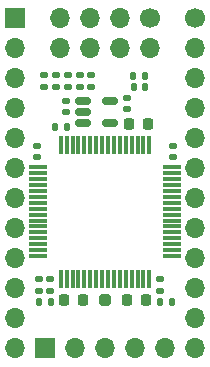
<source format=gbr>
%TF.GenerationSoftware,KiCad,Pcbnew,8.0.5*%
%TF.CreationDate,2025-06-26T13:10:11+01:00*%
%TF.ProjectId,sdrr rev d,73647272-2072-4657-9620-642e6b696361,rev?*%
%TF.SameCoordinates,Original*%
%TF.FileFunction,Soldermask,Top*%
%TF.FilePolarity,Negative*%
%FSLAX46Y46*%
G04 Gerber Fmt 4.6, Leading zero omitted, Abs format (unit mm)*
G04 Created by KiCad (PCBNEW 8.0.5) date 2025-06-26 13:10:11*
%MOMM*%
%LPD*%
G01*
G04 APERTURE LIST*
G04 Aperture macros list*
%AMRoundRect*
0 Rectangle with rounded corners*
0 $1 Rounding radius*
0 $2 $3 $4 $5 $6 $7 $8 $9 X,Y pos of 4 corners*
0 Add a 4 corners polygon primitive as box body*
4,1,4,$2,$3,$4,$5,$6,$7,$8,$9,$2,$3,0*
0 Add four circle primitives for the rounded corners*
1,1,$1+$1,$2,$3*
1,1,$1+$1,$4,$5*
1,1,$1+$1,$6,$7*
1,1,$1+$1,$8,$9*
0 Add four rect primitives between the rounded corners*
20,1,$1+$1,$2,$3,$4,$5,0*
20,1,$1+$1,$4,$5,$6,$7,0*
20,1,$1+$1,$6,$7,$8,$9,0*
20,1,$1+$1,$8,$9,$2,$3,0*%
G04 Aperture macros list end*
%ADD10RoundRect,0.135000X-0.135000X-0.185000X0.135000X-0.185000X0.135000X0.185000X-0.135000X0.185000X0*%
%ADD11RoundRect,0.140000X-0.170000X0.140000X-0.170000X-0.140000X0.170000X-0.140000X0.170000X0.140000X0*%
%ADD12RoundRect,0.225000X0.225000X0.250000X-0.225000X0.250000X-0.225000X-0.250000X0.225000X-0.250000X0*%
%ADD13RoundRect,0.135000X-0.185000X0.135000X-0.185000X-0.135000X0.185000X-0.135000X0.185000X0.135000X0*%
%ADD14RoundRect,0.150000X-0.512500X-0.150000X0.512500X-0.150000X0.512500X0.150000X-0.512500X0.150000X0*%
%ADD15RoundRect,0.250000X-0.250000X-0.250000X0.250000X-0.250000X0.250000X0.250000X-0.250000X0.250000X0*%
%ADD16RoundRect,0.140000X0.170000X-0.140000X0.170000X0.140000X-0.170000X0.140000X-0.170000X-0.140000X0*%
%ADD17C,1.700000*%
%ADD18O,1.700000X1.700000*%
%ADD19R,1.700000X1.700000*%
%ADD20RoundRect,0.135000X0.135000X0.185000X-0.135000X0.185000X-0.135000X-0.185000X0.135000X-0.185000X0*%
%ADD21RoundRect,0.075000X-0.700000X0.075000X-0.700000X-0.075000X0.700000X-0.075000X0.700000X0.075000X0*%
%ADD22RoundRect,0.075000X-0.075000X0.700000X-0.075000X-0.700000X0.075000X-0.700000X0.075000X0.700000X0*%
%ADD23RoundRect,0.140000X0.140000X0.170000X-0.140000X0.170000X-0.140000X-0.170000X0.140000X-0.170000X0*%
%ADD24RoundRect,0.225000X-0.225000X-0.250000X0.225000X-0.250000X0.225000X0.250000X-0.225000X0.250000X0*%
%ADD25RoundRect,0.135000X0.185000X-0.135000X0.185000X0.135000X-0.185000X0.135000X-0.185000X-0.135000X0*%
%ADD26RoundRect,0.147500X0.147500X0.172500X-0.147500X0.172500X-0.147500X-0.172500X0.147500X-0.172500X0*%
G04 APERTURE END LIST*
D10*
%TO.C,R3*%
X111605600Y-36626800D03*
X112625600Y-36626800D03*
%TD*%
D11*
%TO.C,C1*%
X105943400Y-38763000D03*
X105943400Y-39723000D03*
%TD*%
D12*
%TO.C,C3*%
X112839800Y-40665400D03*
X111289800Y-40665400D03*
%TD*%
D13*
%TO.C,R6*%
X104089200Y-36523200D03*
X104089200Y-37543200D03*
%TD*%
D11*
%TO.C,C2*%
X111048800Y-38509000D03*
X111048800Y-39469000D03*
%TD*%
D13*
%TO.C,R5*%
X105079800Y-36523200D03*
X105079800Y-37543200D03*
%TD*%
D14*
%TO.C,U3*%
X107351400Y-38760400D03*
X107351400Y-39710400D03*
X107351400Y-40660400D03*
X109626400Y-40660400D03*
X109626400Y-38760400D03*
%TD*%
D15*
%TO.C,TP1*%
X109220000Y-55609800D03*
%TD*%
D13*
%TO.C,R2*%
X107061000Y-36523200D03*
X107061000Y-37543200D03*
%TD*%
D16*
%TO.C,C7*%
X103479600Y-43507600D03*
X103479600Y-42547600D03*
%TD*%
D11*
%TO.C,C6*%
X113868200Y-53859800D03*
X113868200Y-54819800D03*
%TD*%
D10*
%TO.C,R8*%
X103604600Y-55762200D03*
X104624600Y-55762200D03*
%TD*%
D17*
%TO.C,J3*%
X113030000Y-31750000D03*
D18*
X113030000Y-34290000D03*
X110490000Y-31750000D03*
X110490000Y-34290000D03*
X107950000Y-31750000D03*
X107950000Y-34290000D03*
X105410000Y-31750000D03*
X105410000Y-34290000D03*
%TD*%
D13*
%TO.C,R4*%
X106070400Y-36523200D03*
X106070400Y-37543200D03*
%TD*%
D19*
%TO.C,U2*%
X101600000Y-31750000D03*
D18*
X101600000Y-34290000D03*
X101600000Y-36830000D03*
X101600000Y-39370000D03*
X101600000Y-41910000D03*
X101600000Y-44450000D03*
X101600000Y-46990000D03*
X101600000Y-49530000D03*
X101600000Y-52070000D03*
X101600000Y-54610000D03*
X101600000Y-57150000D03*
X101600000Y-59690000D03*
X116840000Y-59690000D03*
X116840000Y-57150000D03*
X116840000Y-54610000D03*
X116840000Y-52070000D03*
X116840000Y-49530000D03*
X116840000Y-46990000D03*
X116840000Y-44450000D03*
X116840000Y-41910000D03*
X116840000Y-39370000D03*
X116840000Y-36830000D03*
X116840000Y-34290000D03*
D17*
X116840000Y-31750000D03*
%TD*%
D20*
%TO.C,R7*%
X114860800Y-55762200D03*
X113840800Y-55762200D03*
%TD*%
D21*
%TO.C,U1*%
X114895000Y-44383000D03*
X114895000Y-44883000D03*
X114895000Y-45383000D03*
X114895000Y-45883000D03*
X114895000Y-46383000D03*
X114895000Y-46883000D03*
X114895000Y-47383000D03*
X114895000Y-47883000D03*
X114895000Y-48383000D03*
X114895000Y-48883000D03*
X114895000Y-49383000D03*
X114895000Y-49883000D03*
X114895000Y-50383000D03*
X114895000Y-50883000D03*
X114895000Y-51383000D03*
X114895000Y-51883000D03*
D22*
X112970000Y-53808000D03*
X112470000Y-53808000D03*
X111970000Y-53808000D03*
X111470000Y-53808000D03*
X110970000Y-53808000D03*
X110470000Y-53808000D03*
X109970000Y-53808000D03*
X109470000Y-53808000D03*
X108970000Y-53808000D03*
X108470000Y-53808000D03*
X107970000Y-53808000D03*
X107470000Y-53808000D03*
X106970000Y-53808000D03*
X106470000Y-53808000D03*
X105970000Y-53808000D03*
X105470000Y-53808000D03*
D21*
X103545000Y-51883000D03*
X103545000Y-51383000D03*
X103545000Y-50883000D03*
X103545000Y-50383000D03*
X103545000Y-49883000D03*
X103545000Y-49383000D03*
X103545000Y-48883000D03*
X103545000Y-48383000D03*
X103545000Y-47883000D03*
X103545000Y-47383000D03*
X103545000Y-46883000D03*
X103545000Y-46383000D03*
X103545000Y-45883000D03*
X103545000Y-45383000D03*
X103545000Y-44883000D03*
X103545000Y-44383000D03*
D22*
X105470000Y-42458000D03*
X105970000Y-42458000D03*
X106470000Y-42458000D03*
X106970000Y-42458000D03*
X107470000Y-42458000D03*
X107970000Y-42458000D03*
X108470000Y-42458000D03*
X108970000Y-42458000D03*
X109470000Y-42458000D03*
X109970000Y-42458000D03*
X110470000Y-42458000D03*
X110970000Y-42458000D03*
X111470000Y-42458000D03*
X111970000Y-42458000D03*
X112470000Y-42458000D03*
X112970000Y-42458000D03*
%TD*%
D11*
%TO.C,C4*%
X103606600Y-53850600D03*
X103606600Y-54810600D03*
%TD*%
D23*
%TO.C,C5*%
X105966200Y-40944800D03*
X105006200Y-40944800D03*
%TD*%
D12*
%TO.C,C8*%
X112662000Y-55609800D03*
X111112000Y-55609800D03*
%TD*%
D24*
%TO.C,C9*%
X105778000Y-55584400D03*
X107328000Y-55584400D03*
%TD*%
D25*
%TO.C,R9*%
X104571800Y-54849800D03*
X104571800Y-53829800D03*
%TD*%
D19*
%TO.C,J1*%
X104140000Y-59690000D03*
D18*
X106680000Y-59690000D03*
X109220000Y-59690000D03*
X111760000Y-59690000D03*
X114300000Y-59690000D03*
%TD*%
D26*
%TO.C,D1*%
X112600600Y-37592000D03*
X111630600Y-37592000D03*
%TD*%
D16*
%TO.C,C10*%
X114960400Y-43507600D03*
X114960400Y-42547600D03*
%TD*%
D25*
%TO.C,R1*%
X108051600Y-37543200D03*
X108051600Y-36523200D03*
%TD*%
M02*

</source>
